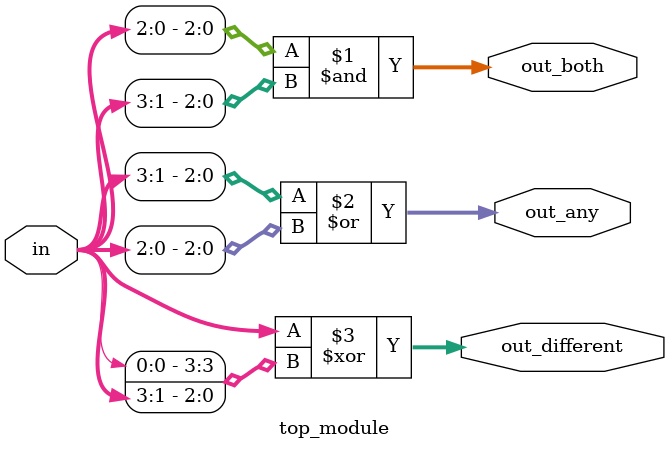
<source format=v>
module top_module(
    input [3:0] in,
    output [2:0] out_both,
    output [3:1] out_any,
    output [3:0] out_different );

    assign out_both = in[2:0] & in[3:1];
    assign out_any = in[3:1] | in[2:0];
    assign out_different = in[3:0] ^ {in[0], in[3:1]};

endmodule

</source>
